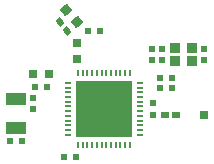
<source format=gtp>
G04 Layer_Color=8421504*
%FSLAX24Y24*%
%MOIN*%
G70*
G01*
G75*
%ADD10R,0.0300X0.0300*%
%ADD11R,0.0197X0.0236*%
%ADD12R,0.0236X0.0197*%
%ADD13R,0.0295X0.0315*%
G04:AMPARAMS|DCode=14|XSize=31.5mil|YSize=29.5mil|CornerRadius=0mil|HoleSize=0mil|Usage=FLASHONLY|Rotation=40.000|XOffset=0mil|YOffset=0mil|HoleType=Round|Shape=Rectangle|*
%AMROTATEDRECTD14*
4,1,4,-0.0026,-0.0214,-0.0216,0.0012,0.0026,0.0214,0.0216,-0.0012,-0.0026,-0.0214,0.0*
%
%ADD14ROTATEDRECTD14*%

%ADD15R,0.0256X0.0197*%
%ADD16R,0.0315X0.0295*%
G04:AMPARAMS|DCode=17|XSize=19.7mil|YSize=25.6mil|CornerRadius=0mil|HoleSize=0mil|Usage=FLASHONLY|Rotation=40.000|XOffset=0mil|YOffset=0mil|HoleType=Round|Shape=Rectangle|*
%AMROTATEDRECTD17*
4,1,4,0.0007,-0.0161,-0.0158,0.0035,-0.0007,0.0161,0.0158,-0.0035,0.0007,-0.0161,0.0*
%
%ADD17ROTATEDRECTD17*%

%ADD18O,0.0256X0.0079*%
%ADD19O,0.0079X0.0256*%
%ADD20R,0.1850X0.1850*%
%ADD21R,0.0374X0.0335*%
%ADD22R,0.0709X0.0394*%
D10*
X3350Y-197D02*
D03*
D11*
X3340Y2007D02*
D03*
Y1613D02*
D03*
X1940Y1613D02*
D03*
Y2007D02*
D03*
X1650Y197D02*
D03*
Y-197D02*
D03*
X1590Y1613D02*
D03*
Y2007D02*
D03*
X-2380Y377D02*
D03*
Y-17D02*
D03*
D12*
X-1903Y740D02*
D03*
X-2297D02*
D03*
X-923Y-1610D02*
D03*
X-1317D02*
D03*
X2277Y680D02*
D03*
X1883D02*
D03*
X1883Y1030D02*
D03*
X2277D02*
D03*
X-2743Y-1060D02*
D03*
X-3137D02*
D03*
X-517Y2590D02*
D03*
X-123D02*
D03*
D13*
X-2366Y1150D02*
D03*
X-1834D02*
D03*
D14*
X-909Y2878D02*
D03*
X-1251Y3286D02*
D03*
D15*
X2397Y-200D02*
D03*
X2023D02*
D03*
D16*
X-890Y2188D02*
D03*
Y1656D02*
D03*
D17*
X-1230Y2599D02*
D03*
X-1470Y2885D02*
D03*
D18*
X-1191Y866D02*
D03*
Y709D02*
D03*
Y551D02*
D03*
Y394D02*
D03*
Y236D02*
D03*
Y79D02*
D03*
Y-79D02*
D03*
Y-236D02*
D03*
Y-394D02*
D03*
Y-551D02*
D03*
Y-709D02*
D03*
Y-866D02*
D03*
X1191D02*
D03*
Y-709D02*
D03*
Y-551D02*
D03*
Y-394D02*
D03*
Y-236D02*
D03*
Y-79D02*
D03*
Y79D02*
D03*
Y236D02*
D03*
Y394D02*
D03*
Y551D02*
D03*
Y709D02*
D03*
Y866D02*
D03*
D19*
X-866Y-1191D02*
D03*
X-709D02*
D03*
X-551D02*
D03*
X-394D02*
D03*
X-236D02*
D03*
X-79D02*
D03*
X79D02*
D03*
X236D02*
D03*
X394D02*
D03*
X551D02*
D03*
X709D02*
D03*
X866D02*
D03*
Y1191D02*
D03*
X709D02*
D03*
X551D02*
D03*
X394D02*
D03*
X236D02*
D03*
X79D02*
D03*
X-79D02*
D03*
X-236D02*
D03*
X-394D02*
D03*
X-551D02*
D03*
X-709D02*
D03*
X-866D02*
D03*
D20*
X0Y0D02*
D03*
D21*
X2354Y1584D02*
D03*
Y2036D02*
D03*
X2925D02*
D03*
Y1584D02*
D03*
D22*
X-2940Y-642D02*
D03*
Y342D02*
D03*
M02*

</source>
